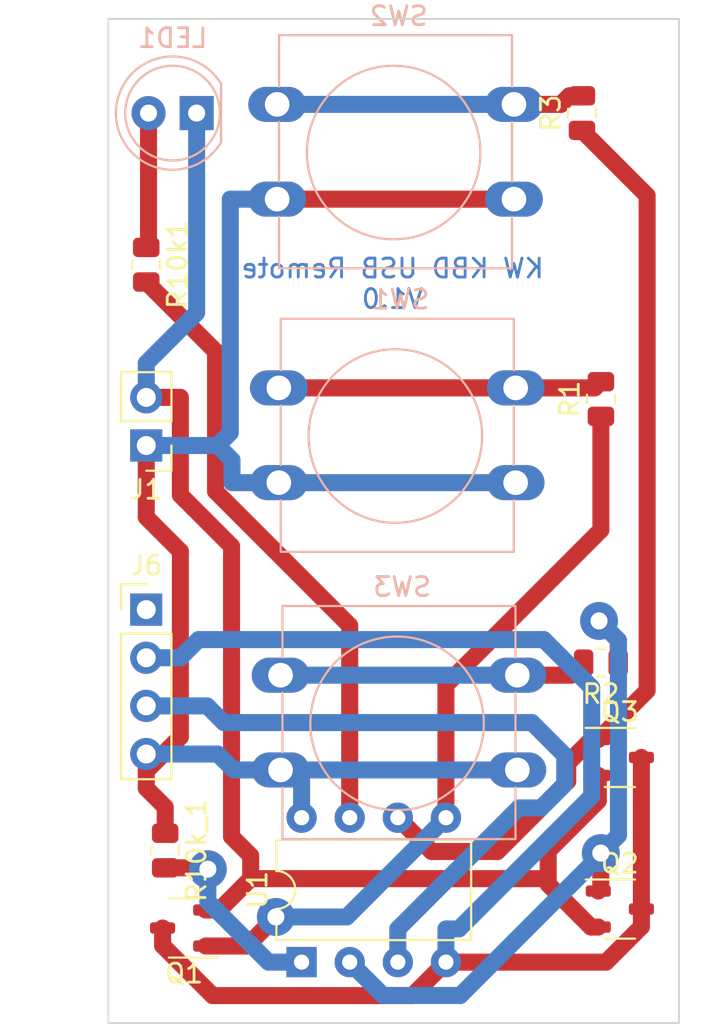
<source format=kicad_pcb>
(kicad_pcb (version 20211014) (generator pcbnew)
  (layers (0 "F.Cu" signal) (31 "B.Cu" signal) (34 "B.Paste" user) (35 "F.Paste" user) (36 "B.SilkS" user "B.Silkscreen") (37 "F.SilkS" user "F.Silkscreen") (38 "B.Mask" user) (39 "F.Mask" user) (44 "Edge.Cuts" user))
  (net 0 "")
  (net 1 "/T")
  (net 2 "GND")
  (net 3 "Net-(LED1-Pad2)")
  (net 4 "/LED")
  (net 6 "/GND_P")
  (net 7 "Net-(R1-Pad1)")
  (net 8 "Net-(R1-Pad2)")
  (net 9 "Net-(R10k_1-Pad2)")
  (net 10 "Net-(R2-Pad1)")
  (net 11 "Net-(R2-Pad2)")
  (net 12 "Net-(R3-Pad1)")
  (net 13 "Net-(R3-Pad2)")
  (net 14 "+3.3V")
  (footprint "Package_TO_SOT_SMD:SOT-23-3" (layer "F.Cu") (at 114 88 180)
    (fp_text reference "Q1" (at 0 -2.4) (layer "F.SilkS"))
    (fp_text value "Q_NPN_BEC")
    (fp_line (start 0 1.56) (end -0.8 1.56) (layer "F.SilkS") (width 0.12))
    (fp_line (start 0 -1.56) (end -1.8 -1.56) (layer "F.SilkS") (width 0.12))
    (fp_line (start 0 -1.56) (end 0.8 -1.56) (layer "F.SilkS") (width 0.12))
    (fp_line (start 0 1.56) (end 0.8 1.56) (layer "F.SilkS") (width 0.12))
    (pad "1" smd roundrect locked (at -1.1375 -0.95 180) (size 1.325 0.6) (layers "F.Cu" "F.Paste" "F.Mask") (net 7 "Net-(R1-Pad1)"))
    (pad "2" smd roundrect locked (at -1.1375 0.95 180) (size 1.325 0.6) (layers "F.Cu" "F.Paste" "F.Mask") (net 2 "GND"))
    (pad "3" smd roundrect locked (at 1.1375 0 180) (size 1.325 0.6) (layers "F.Cu" "F.Paste" "F.Mask") (net 6 "/GND_P"))
  )
  (footprint "Resistor_SMD:R_0805_2012Metric" (layer "F.Cu") (at 136 74 180)
    (fp_text reference "R2" (at 0 -1.65) (layer "F.SilkS"))
    (fp_text value "R4.7k")
    (fp_line (start -0.227064 0.735) (end 0.227064 0.735) (layer "F.SilkS") (width 0.12))
    (fp_line (start -0.227064 -0.735) (end 0.227064 -0.735) (layer "F.SilkS") (width 0.12))
    (pad "1" smd roundrect (at -0.9125 0 180) (size 1.025 1.4) (layers "F.Cu" "F.Paste" "F.Mask") (roundrect_rratio 0.243902439) (net 10 "Net-(R2-Pad1)"))
    (pad "2" smd roundrect (at 0.9125 0 180) (size 1.025 1.4) (layers "F.Cu" "F.Paste" "F.Mask") (roundrect_rratio 0.243902439) (net 11 "Net-(R2-Pad2)"))
  )
  (footprint "Connector_PinHeader_2.54mm:PinHeader_1x02_P2.54mm_Vertical" (layer "F.Cu") (at 112 62.54 180)
    (fp_text reference "J1" (at 0 -2.33) (layer "F.SilkS"))
    (fp_text value "Conn_01x02_Female")
    (fp_line (start -1.33 -1.33) (end 0 -1.33) (layer "F.SilkS") (width 0.12))
    (fp_line (start -1.33 1.27) (end -1.33 3.87) (layer "F.SilkS") (width 0.12))
    (fp_line (start -1.33 3.87) (end 1.33 3.87) (layer "F.SilkS") (width 0.12))
    (fp_line (start -1.33 0) (end -1.33 -1.33) (layer "F.SilkS") (width 0.12))
    (fp_line (start 1.33 1.27) (end 1.33 3.87) (layer "F.SilkS") (width 0.12))
    (fp_line (start -1.33 1.27) (end 1.33 1.27) (layer "F.SilkS") (width 0.12))
    (pad "1" thru_hole rect (at 0 0 180) (size 1.7 1.7) (drill 1) (layers *.Cu *.Mask) (net 14 "+3.3V"))
    (pad "2" thru_hole oval (at 0 2.54 180) (size 1.7 1.7) (drill 1) (layers *.Cu *.Mask) (net 2 "GND"))
  )
  (footprint "Resistor_SMD:R_0805_2012Metric" (layer "F.Cu") (at 135 45 90)
    (fp_text reference "R3" (at 0 -1.65 90) (layer "F.SilkS"))
    (fp_text value "R4.7k")
    (fp_line (start -0.227064 0.735) (end 0.227064 0.735) (layer "F.SilkS") (width 0.12))
    (fp_line (start -0.227064 -0.735) (end 0.227064 -0.735) (layer "F.SilkS") (width 0.12))
    (pad "1" smd roundrect (at -0.9125 0 90) (size 1.025 1.4) (layers "F.Cu" "F.Paste" "F.Mask") (roundrect_rratio 0.243902439) (net 12 "Net-(R3-Pad1)"))
    (pad "2" smd roundrect (at 0.9125 0 90) (size 1.025 1.4) (layers "F.Cu" "F.Paste" "F.Mask") (roundrect_rratio 0.243902439) (net 13 "Net-(R3-Pad2)"))
  )
  (footprint "Resistor_SMD:R_0805_2012Metric" (layer "F.Cu") (at 112 53 -90)
    (fp_text reference "R10k1" (at 0 -1.65 90) (layer "F.SilkS"))
    (fp_text value "R10k")
    (fp_line (start -0.227064 0.735) (end 0.227064 0.735) (layer "F.SilkS") (width 0.12))
    (fp_line (start -0.227064 -0.735) (end 0.227064 -0.735) (layer "F.SilkS") (width 0.12))
    (pad "1" smd roundrect (at -0.9125 0 270) (size 1.025 1.4) (layers "F.Cu" "F.Paste" "F.Mask") (roundrect_rratio 0.243902439) (net 3 "Net-(LED1-Pad2)"))
    (pad "2" smd roundrect (at 0.9125 0 270) (size 1.025 1.4) (layers "F.Cu" "F.Paste" "F.Mask") (roundrect_rratio 0.243902439) (net 4 "/LED"))
  )
  (footprint "Package_DIP:DIP-8_W7.62mm" (layer "F.Cu") (at 120.2 89.8 90)
    (fp_text reference "U1" (at 3.81 -2.33 90) (layer "F.SilkS"))
    (fp_text value "ATtiny85-20P")
    (fp_line (start 6.46 -1.33) (end 4.81 -1.33) (layer "F.SilkS") (width 0.12))
    (fp_line (start 1.16 -1.33) (end 1.16 8.95) (layer "F.SilkS") (width 0.12))
    (fp_line (start 6.46 8.95) (end 6.46 -1.33) (layer "F.SilkS") (width 0.12))
    (fp_line (start 1.16 8.95) (end 6.46 8.95) (layer "F.SilkS") (width 0.12))
    (fp_line (start 2.81 -1.33) (end 1.16 -1.33) (layer "F.SilkS") (width 0.12))
    (fp_arc (start 4.81 -1.33) (mid 3.81 -0.33) (end 2.81 -1.33) (layer "F.SilkS") (width 0.12))
    (pad "1" thru_hole rect (at 0 0 90) (size 1.6 1.6) (drill 0.8) (layers *.Cu *.Mask) (net 9 "Net-(R10k_1-Pad2)"))
    (pad "2" thru_hole oval (at 0 2.54 90) (size 1.6 1.6) (drill 0.8) (layers *.Cu *.Mask) (net 10 "Net-(R2-Pad1)"))
    (pad "3" thru_hole oval (at 0 5.08 90) (size 1.6 1.6) (drill 0.8) (layers *.Cu *.Mask) (net 1 "/T"))
    (pad "4" thru_hole oval (at 0 7.62 90) (size 1.6 1.6) (drill 0.8) (layers *.Cu *.Mask) (net 6 "/GND_P"))
    (pad "5" thru_hole oval (at 7.62 7.62 90) (size 1.6 1.6) (drill 0.8) (layers *.Cu *.Mask) (net 7 "Net-(R1-Pad1)"))
    (pad "6" thru_hole oval (at 7.62 5.08 90) (size 1.6 1.6) (drill 0.8) (layers *.Cu *.Mask) (net 12 "Net-(R3-Pad1)"))
    (pad "7" thru_hole oval (at 7.62 2.54 90) (size 1.6 1.6) (drill 0.8) (layers *.Cu *.Mask) (net 4 "/LED"))
    (pad "8" thru_hole oval (at 7.62 0 90) (size 1.6 1.6) (drill 0.8) (layers *.Cu *.Mask) (net 14 "+3.3V"))
  )
  (footprint "Package_TO_SOT_SMD:SOT-23-3" (layer "F.Cu") (at 137 79)
    (fp_text reference "Q3" (at 0 -2.4) (layer "F.SilkS"))
    (fp_text value "Q_NPN_BEC")
    (fp_line (start 0 -1.56) (end -1.8 -1.56) (layer "F.SilkS") (width 0.12))
    (fp_line (start 0 1.56) (end 0.8 1.56) (layer "F.SilkS") (width 0.12))
    (fp_line (start 0 -1.56) (end 0.8 -1.56) (layer "F.SilkS") (width 0.12))
    (fp_line (start 0 1.56) (end -0.8 1.56) (layer "F.SilkS") (width 0.12))
    (pad "1" smd roundrect locked (at -1.1375 -0.95) (size 1.325 0.6) (layers "F.Cu" "F.Paste" "F.Mask") (net 12 "Net-(R3-Pad1)"))
    (pad "2" smd roundrect locked (at -1.1375 0.95) (size 1.325 0.6) (layers "F.Cu" "F.Paste" "F.Mask") (net 2 "GND"))
    (pad "3" smd roundrect locked (at 1.1375 0) (size 1.325 0.6) (layers "F.Cu" "F.Paste" "F.Mask") (net 6 "/GND_P"))
  )
  (footprint "Resistor_SMD:R_0805_2012Metric" (layer "F.Cu") (at 136 60.0875 90)
    (fp_text reference "R1" (at 0 -1.65 90) (layer "F.SilkS"))
    (fp_text value "R4.7k")
    (fp_line (start -0.227064 0.735) (end 0.227064 0.735) (layer "F.SilkS") (width 0.12))
    (fp_line (start -0.227064 -0.735) (end 0.227064 -0.735) (layer "F.SilkS") (width 0.12))
    (pad "1" smd roundrect (at -0.9125 0 90) (size 1.025 1.4) (layers "F.Cu" "F.Paste" "F.Mask") (roundrect_rratio 0.243902439) (net 7 "Net-(R1-Pad1)"))
    (pad "2" smd roundrect (at 0.9125 0 90) (size 1.025 1.4) (layers "F.Cu" "F.Paste" "F.Mask") (roundrect_rratio 0.243902439) (net 8 "Net-(R1-Pad2)"))
  )
  (footprint "Package_TO_SOT_SMD:SOT-23-3" (layer "F.Cu") (at 137 87)
    (fp_text reference "Q2" (at 0 -2.4) (layer "F.SilkS"))
    (fp_text value "Q_NPN_BEC")
    (fp_line (start 0 -1.56) (end 0.8 -1.56) (layer "F.SilkS") (width 0.12))
    (fp_line (start 0 1.56) (end 0.8 1.56) (layer "F.SilkS") (width 0.12))
    (fp_line (start 0 -1.56) (end -1.8 -1.56) (layer "F.SilkS") (width 0.12))
    (fp_line (start 0 1.56) (end -0.8 1.56) (layer "F.SilkS") (width 0.12))
    (pad "1" smd roundrect locked (at -1.1375 -0.95) (size 1.325 0.6) (layers "F.Cu" "F.Paste" "F.Mask") (net 10 "Net-(R2-Pad1)"))
    (pad "2" smd roundrect locked (at -1.1375 0.95) (size 1.325 0.6) (layers "F.Cu" "F.Paste" "F.Mask") (net 2 "GND"))
    (pad "3" smd roundrect locked (at 1.1375 0) (size 1.325 0.6) (layers "F.Cu" "F.Paste" "F.Mask") (net 6 "/GND_P"))
  )
  (footprint "Resistor_SMD:R_0805_2012Metric" (layer "F.Cu") (at 113 83.9125 -90)
    (fp_text reference "R10k_1" (at 0 -1.65 90) (layer "F.SilkS"))
    (fp_text value "R10k")
    (fp_line (start -0.227064 -0.735) (end 0.227064 -0.735) (layer "F.SilkS") (width 0.12))
    (fp_line (start -0.227064 0.735) (end 0.227064 0.735) (layer "F.SilkS") (width 0.12))
    (pad "1" smd roundrect (at -0.9125 0 270) (size 1.025 1.4) (layers "F.Cu" "F.Paste" "F.Mask") (roundrect_rratio 0.243902439) (net 14 "+3.3V"))
    (pad "2" smd roundrect (at 0.9125 0 270) (size 1.025 1.4) (layers "F.Cu" "F.Paste" "F.Mask") (roundrect_rratio 0.243902439) (net 9 "Net-(R10k_1-Pad2)"))
  )
  (footprint "Connector_PinHeader_2.54mm:PinHeader_1x04_P2.54mm_Vertical" (layer "F.Cu") (at 112 71.2)
    (fp_text reference "J6" (at 0 -2.33) (layer "F.SilkS"))
    (fp_text value "SYN115")
    (fp_line (start -1.33 1.27) (end 1.33 1.27) (layer "F.SilkS") (width 0.12))
    (fp_line (start -1.33 1.27) (end -1.33 8.95) (layer "F.SilkS") (width 0.12))
    (fp_line (start -1.33 0) (end -1.33 -1.33) (layer "F.SilkS") (width 0.12))
    (fp_line (start -1.33 8.95) (end 1.33 8.95) (layer "F.SilkS") (width 0.12))
    (fp_line (start -1.33 -1.33) (end 0 -1.33) (layer "F.SilkS") (width 0.12))
    (fp_line (start 1.33 1.27) (end 1.33 8.95) (layer "F.SilkS") (width 0.12))
    (pad "1" thru_hole rect (at 0 0) (size 1.7 1.7) (drill 1) (layers *.Cu *.Mask))
    (pad "2" thru_hole oval (at 0 2.54) (size 1.7 1.7) (drill 1) (layers *.Cu *.Mask) (net 6 "/GND_P"))
    (pad "3" thru_hole oval (at 0 5.08) (size 1.7 1.7) (drill 1) (layers *.Cu *.Mask) (net 1 "/T"))
    (pad "4" thru_hole oval (at 0 7.62) (size 1.7 1.7) (drill 1) (layers *.Cu *.Mask) (net 14 "+3.3V"))
  )
  (footprint "Button_Switch_THT:SW_PUSH-12mm" (layer "B.Cu") (at 131.5 59.5 180)
    (fp_text reference "SW1" (at 6.08 4.66) (layer "B.SilkS") (effects (justify mirror)))
    (fp_text value "SW_MEC_5E")
    (fp_line (start 0.1 3.65) (end 12.4 3.65) (layer "B.SilkS") (width 0.12))
    (fp_line (start 0.1 -4.07) (end 0.1 -0.93) (layer "B.SilkS") (width 0.12))
    (fp_line (start 0.1 0.93) (end 0.1 3.65) (layer "B.SilkS") (width 0.12))
    (fp_line (start 12.4 3.65) (end 12.4 0.93) (layer "B.SilkS") (width 0.12))
    (fp_line (start 12.4 -0.93) (end 12.4 -4.07) (layer "B.SilkS") (width 0.12))
    (fp_line (start 0.1 -8.65) (end 0.1 -5.93) (layer "B.SilkS") (width 0.12))
    (fp_line (start 12.4 -5.93) (end 12.4 -8.65) (layer "B.SilkS") (width 0.12))
    (fp_line (start 12.4 -8.65) (end 0.1 -8.65) (layer "B.SilkS") (width 0.12))
    (fp_circle (center 6.35 -2.54) (end 10.16 -5.08) (layer "B.SilkS") (width 0.12) (fill none))
    (pad "1" thru_hole oval (at 0 0 180) (size 3.048 1.85) (drill 1.3) (layers *.Cu *.Mask) (net 8 "Net-(R1-Pad2)"))
    (pad "1" thru_hole oval (at 12.5 0 180) (size 3.048 1.85) (drill 1.3) (layers *.Cu *.Mask) (net 8 "Net-(R1-Pad2)"))
    (pad "2" thru_hole oval (at 12.5 -5 180) (size 3.048 1.85) (drill 1.3) (layers *.Cu *.Mask) (net 14 "+3.3V"))
    (pad "2" thru_hole oval (at 0 -5 180) (size 3.048 1.85) (drill 1.3) (layers *.Cu *.Mask) (net 14 "+3.3V"))
  )
  (footprint "Button_Switch_THT:SW_PUSH-12mm" (layer "B.Cu") (at 131.41 44.54 180)
    (fp_text reference "SW2" (at 6.08 4.66) (layer "B.SilkS") (effects (justify mirror)))
    (fp_text value "SW_MEC_5E")
    (fp_line (start 0.1 0.93) (end 0.1 3.65) (layer "B.SilkS") (width 0.12))
    (fp_line (start 0.1 -4.07) (end 0.1 -0.93) (layer "B.SilkS") (width 0.12))
    (fp_line (start 12.4 3.65) (end 12.4 0.93) (layer "B.SilkS") (width 0.12))
    (fp_line (start 0.1 -8.65) (end 0.1 -5.93) (layer "B.SilkS") (width 0.12))
    (fp_line (start 12.4 -5.93) (end 12.4 -8.65) (layer "B.SilkS") (width 0.12))
    (fp_line (start 12.4 -8.65) (end 0.1 -8.65) (layer "B.SilkS") (width 0.12))
    (fp_line (start 12.4 -0.93) (end 12.4 -4.07) (layer "B.SilkS") (width 0.12))
    (fp_line (start 0.1 3.65) (end 12.4 3.65) (layer "B.SilkS") (width 0.12))
    (fp_circle (center 6.35 -2.54) (end 10.16 -5.08) (layer "B.SilkS") (width 0.12) (fill none))
    (pad "1" thru_hole oval (at 12.5 0 180) (size 3.048 1.85) (drill 1.3) (layers *.Cu *.Mask) (net 13 "Net-(R3-Pad2)"))
    (pad "1" thru_hole oval (at 0 0 180) (size 3.048 1.85) (drill 1.3) (layers *.Cu *.Mask) (net 13 "Net-(R3-Pad2)"))
    (pad "2" thru_hole oval (at 0 -5 180) (size 3.048 1.85) (drill 1.3) (layers *.Cu *.Mask) (net 14 "+3.3V"))
    (pad "2" thru_hole oval (at 12.5 -5 180) (size 3.048 1.85) (drill 1.3) (layers *.Cu *.Mask) (net 14 "+3.3V"))
  )
  (footprint "Button_Switch_THT:SW_PUSH-12mm" (layer "B.Cu") (at 131.59 74.66 180)
    (fp_text reference "SW3" (at 6.08 4.66) (layer "B.SilkS") (effects (justify mirror)))
    (fp_text value "SW_MEC_5E")
    (fp_line (start 12.4 -0.93) (end 12.4 -4.07) (layer "B.SilkS") (width 0.12))
    (fp_line (start 12.4 -5.93) (end 12.4 -8.65) (layer "B.SilkS") (width 0.12))
    (fp_line (start 0.1 -4.07) (end 0.1 -0.93) (layer "B.SilkS") (width 0.12))
    (fp_line (start 12.4 -8.65) (end 0.1 -8.65) (layer "B.SilkS") (width 0.12))
    (fp_line (start 0.1 -8.65) (end 0.1 -5.93) (layer "B.SilkS") (width 0.12))
    (fp_line (start 12.4 3.65) (end 12.4 0.93) (layer "B.SilkS") (width 0.12))
    (fp_line (start 0.1 0.93) (end 0.1 3.65) (layer "B.SilkS") (width 0.12))
    (fp_line (start 0.1 3.65) (end 12.4 3.65) (layer "B.SilkS") (width 0.12))
    (fp_circle (center 6.35 -2.54) (end 10.16 -5.08) (layer "B.SilkS") (width 0.12) (fill none))
    (pad "1" thru_hole oval (at 12.5 0 180) (size 3.048 1.85) (drill 1.3) (layers *.Cu *.Mask) (net 11 "Net-(R2-Pad2)"))
    (pad "1" thru_hole oval (at 0 0 180) (size 3.048 1.85) (drill 1.3) (layers *.Cu *.Mask) (net 11 "Net-(R2-Pad2)"))
    (pad "2" thru_hole oval (at 12.5 -5 180) (size 3.048 1.85) (drill 1.3) (layers *.Cu *.Mask) (net 14 "+3.3V"))
    (pad "2" thru_hole oval (at 0 -5 180) (size 3.048 1.85) (drill 1.3) (layers *.Cu *.Mask) (net 14 "+3.3V"))
  )
  (footprint "LED_THT:LED_D5.0mm" (layer "B.Cu") (at 114.66 45 180)
    (fp_text reference "LED1" (at 1.27 3.96) (layer "B.SilkS") (effects (justify mirror)))
    (fp_text value "LED")
    (fp_line (start -1.29 1.545) (end -1.29 -1.545) (layer "B.SilkS") (width 0.12))
    (fp_arc (start 4.26 -0.000462) (mid 2.072002 2.880433) (end -1.29 1.54483) (layer "B.SilkS") (width 0.12))
    (fp_arc (start -1.29 -1.54483) (mid 2.072002 -2.880433) (end 4.26 0.000462) (layer "B.SilkS") (width 0.12))
    (fp_circle (center 1.27 0) (end 3.77 0) (layer "B.SilkS") (width 0.12) (fill none))
    (pad "1" thru_hole rect (at 0 0 180) (size 1.8 1.8) (drill 0.9) (layers *.Cu *.Mask) (net 2 "GND"))
    (pad "2" thru_hole circle (at 2.54 0 180) (size 1.8 1.8) (drill 0.9) (layers *.Cu *.Mask) (net 3 "Net-(LED1-Pad2)"))
  )
  (gr_rect (start 140.12 93.02) (end 110 40.03) (layer "Edge.Cuts") (width 0.1) (fill none))
  (gr_text "KW KBD USB Remote\nV1.0" (at 125 54) (layer "B.Cu") (effects (font (size 1 1)) (justify mirror)))
  (segment (start 115.2162 76.28) (end 116.0962 77.16) (width 0.9) (layer "B.Cu") (net 1))
  (segment (start 116.0962 77.16) (end 132.36 77.16) (width 0.9) (layer "B.Cu") (net 1))
  (segment (start 134.0917 80.4166) (end 132.8436 81.6647) (width 0.9) (layer "B.Cu") (net 1))
  (segment (start 125.28 89.8) (end 125.28 88.0497) (width 0.9) (layer "B.Cu") (net 1))
  (segment (start 132.36 77.16) (end 134.0917 78.8917) (width 0.9) (layer "B.Cu") (net 1))
  (segment (start 131.665 81.6647) (end 125.28 88.0497) (width 0.9) (layer "B.Cu") (net 1))
  (segment (start 134.0917 78.8917) (end 134.0917 80.4166) (width 0.9) (layer "B.Cu") (net 1))
  (segment (start 112 76.28) (end 115.2162 76.28) (width 0.9) (layer "B.Cu") (net 1))
  (segment (start 132.8436 81.6647) (end 131.665 81.6647) (width 0.9) (layer "B.Cu") (net 1))
  (segment (start 133.2175 85.6938) (end 135.4737 87.95) (width 0.9) (layer "F.Cu") (net 2))
  (segment (start 115.1375 87.05) (end 115.8583 87.05) (width 0.9) (layer "F.Cu") (net 2))
  (segment (start 133.2175 83.933) (end 133.2175 85.3958) (width 0.9) (layer "F.Cu") (net 2))
  (segment (start 113.8003 65.1505) (end 116.5017 67.8519) (width 0.9) (layer "F.Cu") (net 2))
  (segment (start 113.8003 60) (end 113.8003 65.1505) (width 0.9) (layer "F.Cu") (net 2))
  (segment (start 135.8625 79.95) (end 135.8625 81.288) (width 0.9) (layer "F.Cu") (net 2))
  (segment (start 135.8625 81.288) (end 133.2175 83.933) (width 0.9) (layer "F.Cu") (net 2))
  (segment (start 133.2175 85.3958) (end 133.2175 85.6938) (width 0.9) (layer "F.Cu") (net 2))
  (segment (start 117.5125 84.1859) (end 117.5125 85.3958) (width 0.9) (layer "F.Cu") (net 2))
  (segment (start 115.8583 87.05) (end 117.5125 85.3958) (width 0.9) (layer "F.Cu") (net 2))
  (segment (start 135.4737 87.95) (end 135.8625 87.95) (width 0.9) (layer "F.Cu") (net 2))
  (segment (start 116.5017 83.1751) (end 117.5125 84.1859) (width 0.9) (layer "F.Cu") (net 2))
  (segment (start 116.5017 67.8519) (end 116.5017 83.1751) (width 0.9) (layer "F.Cu") (net 2))
  (segment (start 112 60) (end 113.8003 60) (width 0.9) (layer "F.Cu") (net 2))
  (segment (start 133.2175 85.3958) (end 117.5125 85.3958) (width 0.9) (layer "F.Cu") (net 2))
  (segment (start 112 60) (end 112 58.1997) (width 0.9) (layer "B.Cu") (net 2))
  (segment (start 114.66 45) (end 114.66 55.5397) (width 0.9) (layer "B.Cu") (net 2))
  (segment (start 114.66 55.5397) (end 112 58.1997) (width 0.9) (layer "B.Cu") (net 2))
  (segment (start 112.12 45) (end 112.12 51.9675) (width 0.9) (layer "F.Cu") (net 3))
  (segment (start 112.12 51.9675) (end 112 52.0875) (width 0.9) (layer "F.Cu") (net 3))
  (segment (start 115.6581 64.9575) (end 115.6581 57.5706) (width 0.9) (layer "F.Cu") (net 4))
  (segment (start 115.6581 57.5706) (end 112 53.9125) (width 0.9) (layer "F.Cu") (net 4))
  (segment (start 122.74 82.18) (end 122.74 72.0394) (width 0.9) (layer "F.Cu") (net 4))
  (segment (start 122.74 72.0394) (end 115.6581 64.9575) (width 0.9) (layer "F.Cu") (net 4))
  (segment (start 126.0539 91.5661) (end 127.82 89.8) (width 0.9) (layer "F.Cu") (net 6))
  (segment (start 138.1375 87) (end 138.1375 79) (width 0.9) (layer "F.Cu") (net 6))
  (segment (start 129.5703 89.8) (end 136.2713 89.8) (width 0.9) (layer "F.Cu") (net 6))
  (segment (start 138.1375 87.9338) (end 138.1375 87) (width 0.9) (layer "F.Cu") (net 6))
  (segment (start 127.82 89.8) (end 129.5703 89.8) (width 0.9) (layer "F.Cu") (net 6))
  (segment (start 136.2713 89.8) (end 138.1375 87.9338) (width 0.9) (layer "F.Cu") (net 6))
  (segment (start 112.8625 88.9257) (end 115.5029 91.5661) (width 0.9) (layer "F.Cu") (net 6))
  (segment (start 112.8625 88) (end 112.8625 88.9257) (width 0.9) (layer "F.Cu") (net 6))
  (segment (start 115.5029 91.5661) (end 126.0539 91.5661) (width 0.9) (layer "F.Cu") (net 6))
  (segment (start 128.5036 88.0497) (end 127.82 88.0497) (width 0.9) (layer "B.Cu") (net 6))
  (segment (start 132.9846 72.7807) (end 135.5128 75.3089) (width 0.9) (layer "B.Cu") (net 6))
  (segment (start 112 73.74) (end 113.8003 73.74) (width 0.9) (layer "B.Cu") (net 6))
  (segment (start 127.82 89.8) (end 127.82 88.0497) (width 0.9) (layer "B.Cu") (net 6))
  (segment (start 135.5128 75.3089) (end 135.5128 81.0405) (width 0.9) (layer "B.Cu") (net 6))
  (segment (start 135.5128 81.0405) (end 128.5036 88.0497) (width 0.9) (layer "B.Cu") (net 6))
  (segment (start 114.7596 72.7807) (end 132.9846 72.7807) (width 0.9) (layer "B.Cu") (net 6))
  (segment (start 113.8003 73.74) (end 114.7596 72.7807) (width 0.9) (layer "B.Cu") (net 6))
  (segment (start 127.82 75.1759) (end 127.82 82.18) (width 0.9) (layer "F.Cu") (net 7))
  (segment (start 117.3102 88.95) (end 118.8426 87.4176) (width 0.9) (layer "F.Cu") (net 7))
  (segment (start 115.1375 88.95) (end 117.3102 88.95) (width 0.9) (layer "F.Cu") (net 7))
  (segment (start 136 66.9959) (end 127.82 75.1759) (width 0.9) (layer "F.Cu") (net 7))
  (segment (start 136 61) (end 136 66.9959) (width 0.9) (layer "F.Cu") (net 7))
  (via (at 118.8426 87.4176) (size 2) (drill 0.9) (layers "F.Cu" "B.Cu") (net 7))
  (segment (start 127.82 82.18) (end 122.5824 87.4176) (width 0.9) (layer "B.Cu") (net 7))
  (segment (start 122.5824 87.4176) (end 118.8426 87.4176) (width 0.9) (layer "B.Cu") (net 7))
  (segment (start 131.5 59.5) (end 135.675 59.5) (width 0.9) (layer "F.Cu") (net 8))
  (segment (start 119 59.5) (end 131.5 59.5) (width 0.9) (layer "F.Cu") (net 8))
  (segment (start 135.675 59.5) (end 136 59.175) (width 0.9) (layer "F.Cu") (net 8))
  (segment (start 113 84.825) (end 115.1786 84.825) (width 0.9) (layer "F.Cu") (net 9))
  (segment (start 115.1786 84.825) (end 115.2516 84.898) (width 0.9) (layer "F.Cu") (net 9))
  (via (at 115.2516 84.898) (size 2) (drill 0.9) (layers "F.Cu" "B.Cu") (net 9))
  (segment (start 115.2516 86.6019) (end 118.4497 89.8) (width 0.9) (layer "B.Cu") (net 9))
  (segment (start 120.2 89.8) (end 118.4497 89.8) (width 0.9) (layer "B.Cu") (net 9))
  (segment (start 115.2516 84.898) (end 115.2516 86.6019) (width 0.9) (layer "B.Cu") (net 9))
  (segment (start 136.9125 72.8065) (end 135.9021 71.7961) (width 0.9) (layer "F.Cu") (net 10))
  (segment (start 136.9125 74) (end 136.9125 72.8065) (width 0.9) (layer "F.Cu") (net 10))
  (segment (start 135.8625 86.05) (end 135.9943 85.9182) (width 0.9) (layer "F.Cu") (net 10))
  (segment (start 135.9943 85.9182) (end 135.9943 84.0464) (width 0.9) (layer "F.Cu") (net 10))
  (via (at 135.9021 71.7961) (size 2) (drill 0.9) (layers "F.Cu" "B.Cu") (net 10))
  (via (at 135.9943 84.0464) (size 2) (drill 0.9) (layers "F.Cu" "B.Cu") (net 10))
  (segment (start 135.9943 84.1394) (end 135.9943 84.0464) (width 0.9) (layer "B.Cu") (net 10))
  (segment (start 135.9943 84.0464) (end 136.9265 83.1142) (width 0.9) (layer "B.Cu") (net 10))
  (segment (start 136.9265 83.1142) (end 136.9265 72.8205) (width 0.9) (layer "B.Cu") (net 10))
  (segment (start 122.74 89.8) (end 124.501 91.561) (width 0.9) (layer "B.Cu") (net 10))
  (segment (start 136.9265 72.8205) (end 135.9021 71.7961) (width 0.9) (layer "B.Cu") (net 10))
  (segment (start 124.501 91.561) (end 128.5727 91.561) (width 0.9) (layer "B.Cu") (net 10))
  (segment (start 128.5727 91.561) (end 135.9943 84.1394) (width 0.9) (layer "B.Cu") (net 10))
  (segment (start 131.59 74.66) (end 134.4275 74.66) (width 0.9) (layer "F.Cu") (net 11))
  (segment (start 134.4275 74.66) (end 135.0875 74) (width 0.9) (layer "F.Cu") (net 11))
  (segment (start 131.59 74.66) (end 119.09 74.66) (width 0.9) (layer "B.Cu") (net 11))
  (segment (start 138.4386 75.4739) (end 135.8625 78.05) (width 0.9) (layer "F.Cu") (net 12))
  (segment (start 134.249 79.2997) (end 134.249 80.2535) (width 0.9) (layer "F.Cu") (net 12))
  (segment (start 130.5396 83.9629) (end 127.0629 83.9629) (width 0.9) (layer "F.Cu") (net 12))
  (segment (start 135 45.9125) (end 138.4386 49.3511) (width 0.9) (layer "F.Cu") (net 12))
  (segment (start 127.0629 83.9629) (end 125.28 82.18) (width 0.9) (layer "F.Cu") (net 12))
  (segment (start 134.249 80.2535) (end 130.5396 83.9629) (width 0.9) (layer "F.Cu") (net 12))
  (segment (start 138.4386 49.3511) (end 138.4386 75.4739) (width 0.9) (layer "F.Cu") (net 12))
  (segment (start 135.8625 78.05) (end 135.4987 78.05) (width 0.9) (layer "F.Cu") (net 12))
  (segment (start 135.4987 78.05) (end 134.249 79.2997) (width 0.9) (layer "F.Cu") (net 12))
  (segment (start 134.3368 44.0875) (end 135 44.0875) (width 0.9) (layer "F.Cu") (net 13))
  (segment (start 133.8843 44.54) (end 134.3368 44.0875) (width 0.9) (layer "F.Cu") (net 13))
  (segment (start 131.41 44.54) (end 133.8843 44.54) (width 0.9) (layer "F.Cu") (net 13))
  (segment (start 118.91 44.54) (end 131.41 44.54) (width 0.9) (layer "B.Cu") (net 13))
  (segment (start 112 62.54) (end 112 64.3403) (width 0.9) (layer "F.Cu") (net 14))
  (segment (start 113.8003 68.1208) (end 113.8003 77.9198) (width 0.9) (layer "F.Cu") (net 14))
  (segment (start 112 78.82) (end 112 79.7201) (width 0.9) (layer "F.Cu") (net 14))
  (segment (start 112 66.3205) (end 113.8003 68.1208) (width 0.9) (layer "F.Cu") (net 14))
  (segment (start 118.91 49.54) (end 131.41 49.54) (width 0.9) (layer "F.Cu") (net 14))
  (segment (start 112 79.7201) (end 112 80.6203) (width 0.9) (layer "F.Cu") (net 14))
  (segment (start 113.8003 77.9198) (end 112 79.7201) (width 0.9) (layer "F.Cu") (net 14))
  (segment (start 113 81.6203) (end 113 83) (width 0.9) (layer "F.Cu") (net 14))
  (segment (start 112 64.3403) (end 112 66.3205) (width 0.9) (layer "F.Cu") (net 14))
  (segment (start 112 80.6203) (end 113 81.6203) (width 0.9) (layer "F.Cu") (net 14))
  (segment (start 113.8003 62.54) (end 115.7603 62.54) (width 0.9) (layer "B.Cu") (net 14))
  (segment (start 131.59 79.66) (end 129.1157 79.66) (width 0.9) (layer "B.Cu") (net 14))
  (segment (start 115.7603 62.54) (end 116.4357 61.8646) (width 0.9) (layer "B.Cu") (net 14))
  (segment (start 120.2 79.66) (end 120.2 82.18) (width 0.9) (layer "B.Cu") (net 14))
  (segment (start 119 64.5) (end 116.5257 64.5) (width 0.9) (layer "B.Cu") (net 14))
  (segment (start 118.91 49.54) (end 116.4357 49.54) (width 0.9) (layer "B.Cu") (net 14))
  (segment (start 119.09 79.66) (end 116.6157 79.66) (width 0.9) (layer "B.Cu") (net 14))
  (segment (start 116.4357 61.8646) (end 116.4357 49.54) (width 0.9) (layer "B.Cu") (net 14))
  (segment (start 115.7757 78.82) (end 112 78.82) (width 0.9) (layer "B.Cu") (net 14))
  (segment (start 116.5257 63.3054) (end 115.7603 62.54) (width 0.9) (layer "B.Cu") (net 14))
  (segment (start 116.5257 64.5) (end 116.5257 63.3054) (width 0.9) (layer "B.Cu") (net 14))
  (segment (start 120.2 79.66) (end 119.09 79.66) (width 0.9) (layer "B.Cu") (net 14))
  (segment (start 129.1157 79.66) (end 120.2 79.66) (width 0.9) (layer "B.Cu") (net 14))
  (segment (start 131.5 64.5) (end 119 64.5) (width 0.9) (layer "B.Cu") (net 14))
  (segment (start 112 62.54) (end 113.8003 62.54) (width 0.9) (layer "B.Cu") (net 14))
  (segment (start 116.6157 79.66) (end 115.7757 78.82) (width 0.9) (layer "B.Cu") (net 14))
)
</source>
